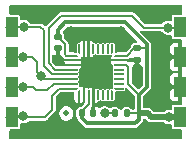
<source format=gbr>
%TF.GenerationSoftware,KiCad,Pcbnew,9.0.7+1*%
%TF.CreationDate,2026-02-23T17:06:27+01:00*%
%TF.ProjectId,ts17-tropic01-mini,74733137-2d74-4726-9f70-696330312d6d,rev?*%
%TF.SameCoordinates,Original*%
%TF.FileFunction,Copper,L1,Top*%
%TF.FilePolarity,Positive*%
%FSLAX46Y46*%
G04 Gerber Fmt 4.6, Leading zero omitted, Abs format (unit mm)*
G04 Created by KiCad (PCBNEW 9.0.7+1) date 2026-02-23 17:06:27*
%MOMM*%
%LPD*%
G01*
G04 APERTURE LIST*
G04 Aperture macros list*
%AMRoundRect*
0 Rectangle with rounded corners*
0 $1 Rounding radius*
0 $2 $3 $4 $5 $6 $7 $8 $9 X,Y pos of 4 corners*
0 Add a 4 corners polygon primitive as box body*
4,1,4,$2,$3,$4,$5,$6,$7,$8,$9,$2,$3,0*
0 Add four circle primitives for the rounded corners*
1,1,$1+$1,$2,$3*
1,1,$1+$1,$4,$5*
1,1,$1+$1,$6,$7*
1,1,$1+$1,$8,$9*
0 Add four rect primitives between the rounded corners*
20,1,$1+$1,$2,$3,$4,$5,0*
20,1,$1+$1,$4,$5,$6,$7,0*
20,1,$1+$1,$6,$7,$8,$9,0*
20,1,$1+$1,$8,$9,$2,$3,0*%
%AMFreePoly0*
4,1,14,0.314644,0.085355,0.385355,0.014644,0.400000,-0.020711,0.400000,-0.050000,0.385355,-0.085355,0.350000,-0.100000,-0.350000,-0.100000,-0.385355,-0.085355,-0.400000,-0.050000,-0.400000,0.050000,-0.385355,0.085355,-0.350000,0.100000,0.279289,0.100000,0.314644,0.085355,0.314644,0.085355,$1*%
%AMFreePoly1*
4,1,14,0.385355,0.085355,0.400000,0.050000,0.400000,0.020711,0.385355,-0.014644,0.314644,-0.085355,0.279289,-0.100000,-0.350000,-0.100000,-0.385355,-0.085355,-0.400000,-0.050000,-0.400000,0.050000,-0.385355,0.085355,-0.350000,0.100000,0.350000,0.100000,0.385355,0.085355,0.385355,0.085355,$1*%
%AMFreePoly2*
4,1,14,0.085355,0.385355,0.100000,0.350000,0.100000,-0.350000,0.085355,-0.385355,0.050000,-0.400000,-0.050000,-0.400000,-0.085355,-0.385355,-0.100000,-0.350000,-0.100000,0.279289,-0.085355,0.314644,-0.014644,0.385355,0.020711,0.400000,0.050000,0.400000,0.085355,0.385355,0.085355,0.385355,$1*%
%AMFreePoly3*
4,1,14,0.014644,0.385355,0.085355,0.314644,0.100000,0.279289,0.100000,-0.350000,0.085355,-0.385355,0.050000,-0.400000,-0.050000,-0.400000,-0.085355,-0.385355,-0.100000,-0.350000,-0.100000,0.350000,-0.085355,0.385355,-0.050000,0.400000,-0.020711,0.400000,0.014644,0.385355,0.014644,0.385355,$1*%
%AMFreePoly4*
4,1,14,0.385355,0.085355,0.400000,0.050000,0.400000,-0.050000,0.385355,-0.085355,0.350000,-0.100000,-0.279289,-0.100000,-0.314644,-0.085355,-0.385355,-0.014644,-0.400000,0.020711,-0.400000,0.050000,-0.385355,0.085355,-0.350000,0.100000,0.350000,0.100000,0.385355,0.085355,0.385355,0.085355,$1*%
%AMFreePoly5*
4,1,14,0.385355,0.085355,0.400000,0.050000,0.400000,-0.050000,0.385355,-0.085355,0.350000,-0.100000,-0.350000,-0.100000,-0.385355,-0.085355,-0.400000,-0.050000,-0.400000,-0.020711,-0.385355,0.014644,-0.314644,0.085355,-0.279289,0.100000,0.350000,0.100000,0.385355,0.085355,0.385355,0.085355,$1*%
%AMFreePoly6*
4,1,14,0.085355,0.385355,0.100000,0.350000,0.100000,-0.279289,0.085355,-0.314644,0.014644,-0.385355,-0.020711,-0.400000,-0.050000,-0.400000,-0.085355,-0.385355,-0.100000,-0.350000,-0.100000,0.350000,-0.085355,0.385355,-0.050000,0.400000,0.050000,0.400000,0.085355,0.385355,0.085355,0.385355,$1*%
%AMFreePoly7*
4,1,14,0.085355,0.385355,0.100000,0.350000,0.100000,-0.350000,0.085355,-0.385355,0.050000,-0.400000,0.020711,-0.400000,-0.014644,-0.385355,-0.085355,-0.314644,-0.100000,-0.279289,-0.100000,0.350000,-0.085355,0.385355,-0.050000,0.400000,0.050000,0.400000,0.085355,0.385355,0.085355,0.385355,$1*%
G04 Aperture macros list end*
%TA.AperFunction,CastellatedPad*%
%ADD10R,1.000000X1.700000*%
%TD*%
%TA.AperFunction,SMDPad,CuDef*%
%ADD11C,0.500000*%
%TD*%
%TA.AperFunction,SMDPad,CuDef*%
%ADD12FreePoly0,0.000000*%
%TD*%
%TA.AperFunction,SMDPad,CuDef*%
%ADD13RoundRect,0.050000X-0.350000X-0.050000X0.350000X-0.050000X0.350000X0.050000X-0.350000X0.050000X0*%
%TD*%
%TA.AperFunction,SMDPad,CuDef*%
%ADD14FreePoly1,0.000000*%
%TD*%
%TA.AperFunction,SMDPad,CuDef*%
%ADD15FreePoly2,0.000000*%
%TD*%
%TA.AperFunction,SMDPad,CuDef*%
%ADD16RoundRect,0.050000X-0.050000X-0.350000X0.050000X-0.350000X0.050000X0.350000X-0.050000X0.350000X0*%
%TD*%
%TA.AperFunction,SMDPad,CuDef*%
%ADD17FreePoly3,0.000000*%
%TD*%
%TA.AperFunction,SMDPad,CuDef*%
%ADD18FreePoly4,0.000000*%
%TD*%
%TA.AperFunction,SMDPad,CuDef*%
%ADD19FreePoly5,0.000000*%
%TD*%
%TA.AperFunction,SMDPad,CuDef*%
%ADD20FreePoly6,0.000000*%
%TD*%
%TA.AperFunction,SMDPad,CuDef*%
%ADD21FreePoly7,0.000000*%
%TD*%
%TA.AperFunction,HeatsinkPad*%
%ADD22R,2.650000X2.650000*%
%TD*%
%TA.AperFunction,SMDPad,CuDef*%
%ADD23RoundRect,0.135000X-0.135000X-0.185000X0.135000X-0.185000X0.135000X0.185000X-0.135000X0.185000X0*%
%TD*%
%TA.AperFunction,SMDPad,CuDef*%
%ADD24RoundRect,0.140000X0.140000X0.170000X-0.140000X0.170000X-0.140000X-0.170000X0.140000X-0.170000X0*%
%TD*%
%TA.AperFunction,SMDPad,CuDef*%
%ADD25RoundRect,0.140000X0.170000X-0.140000X0.170000X0.140000X-0.170000X0.140000X-0.170000X-0.140000X0*%
%TD*%
%TA.AperFunction,ViaPad*%
%ADD26C,0.800000*%
%TD*%
%TA.AperFunction,Conductor*%
%ADD27C,0.200000*%
%TD*%
%TA.AperFunction,Conductor*%
%ADD28C,0.300000*%
%TD*%
%TA.AperFunction,Conductor*%
%ADD29C,0.500000*%
%TD*%
G04 APERTURE END LIST*
D10*
%TO.P,J2,1,Pin_1*%
%TO.N,/SPI_MOSI*%
X130500000Y-92190000D03*
%TO.P,J2,2,Pin_2*%
%TO.N,/SPI_MISO*%
X130500000Y-94730000D03*
%TO.P,J2,3,Pin_3*%
%TO.N,/SPI_SCK*%
X130500000Y-97270000D03*
%TO.P,J2,4,Pin_4*%
%TO.N,/SPI_CS*%
X130500000Y-99810000D03*
%TD*%
%TO.P,J1,1,Pin_1*%
%TO.N,VCC*%
X144740000Y-99810000D03*
%TO.P,J1,2,Pin_2*%
%TO.N,GND*%
X144740000Y-97270000D03*
%TO.P,J1,3,Pin_3*%
X144740000Y-94730000D03*
%TO.P,J1,4,Pin_4*%
%TO.N,/GPO*%
X144740000Y-92190000D03*
%TD*%
D11*
%TO.P,FID1,*%
%TO.N,*%
X135120000Y-99500000D03*
%TD*%
D12*
%TO.P,IC1,1,VCC*%
%TO.N,VCC*%
X135670000Y-94600000D03*
D13*
%TO.P,IC1,2,GND*%
%TO.N,GND*%
X135670000Y-95000000D03*
%TO.P,IC1,3,PULLDN*%
X135670000Y-95400000D03*
%TO.P,IC1,4,GPO*%
%TO.N,/GPO*%
X135670000Y-95800000D03*
%TO.P,IC1,5,SDI*%
%TO.N,/SPI_MOSI*%
X135670000Y-96200000D03*
%TO.P,IC1,6,SDO*%
%TO.N,/SPI_MISO*%
X135670000Y-96600000D03*
%TO.P,IC1,7,SCK*%
%TO.N,/SPI_SCK*%
X135670000Y-97000000D03*
D14*
%TO.P,IC1,8,CSN*%
%TO.N,/SPI_CS*%
X135670000Y-97400000D03*
D15*
%TO.P,IC1,9,PULLDN*%
%TO.N,GND*%
X136220000Y-97950000D03*
D16*
%TO.P,IC1,10,PULLDN*%
X136620000Y-97950000D03*
%TO.P,IC1,11,VCC*%
%TO.N,VCC*%
X137020000Y-97950000D03*
%TO.P,IC1,12,GND*%
%TO.N,GND*%
X137420000Y-97950000D03*
%TO.P,IC1,13,DNC*%
%TO.N,unconnected-(IC1-DNC-Pad13)*%
X137820000Y-97950000D03*
%TO.P,IC1,14,DNC*%
%TO.N,unconnected-(IC1-DNC-Pad14)*%
X138220000Y-97950000D03*
%TO.P,IC1,15*%
%TO.N,N/C*%
X138620000Y-97950000D03*
D17*
%TO.P,IC1,16*%
X139020000Y-97950000D03*
D18*
%TO.P,IC1,17,DNC*%
%TO.N,unconnected-(IC1-DNC-Pad17)*%
X139570000Y-97400000D03*
D13*
%TO.P,IC1,18,DNC*%
%TO.N,unconnected-(IC1-DNC-Pad18)*%
X139570000Y-97000000D03*
%TO.P,IC1,19,DNC*%
%TO.N,unconnected-(IC1-DNC-Pad19)*%
X139570000Y-96600000D03*
%TO.P,IC1,20,DNC*%
%TO.N,unconnected-(IC1-DNC-Pad20)*%
X139570000Y-96200000D03*
%TO.P,IC1,21,DNC*%
%TO.N,unconnected-(IC1-DNC-Pad21)*%
X139570000Y-95800000D03*
%TO.P,IC1,22,PULLUP*%
%TO.N,VCC*%
X139570000Y-95400000D03*
%TO.P,IC1,23,GND*%
%TO.N,GND*%
X139570000Y-95000000D03*
D19*
%TO.P,IC1,24,VCC*%
%TO.N,VCC*%
X139570000Y-94600000D03*
D20*
%TO.P,IC1,25*%
%TO.N,N/C*%
X139020000Y-94050000D03*
D16*
%TO.P,IC1,26,DNC*%
%TO.N,unconnected-(IC1-DNC-Pad26)*%
X138620000Y-94050000D03*
%TO.P,IC1,27,DNC*%
%TO.N,unconnected-(IC1-DNC-Pad27)*%
X138220000Y-94050000D03*
%TO.P,IC1,28,DNC*%
%TO.N,unconnected-(IC1-DNC-Pad28)*%
X137820000Y-94050000D03*
%TO.P,IC1,29,DNC*%
%TO.N,unconnected-(IC1-DNC-Pad29)*%
X137420000Y-94050000D03*
%TO.P,IC1,30,PULLDN*%
%TO.N,GND*%
X137020000Y-94050000D03*
%TO.P,IC1,31,PULLDN*%
X136620000Y-94050000D03*
D21*
%TO.P,IC1,32*%
%TO.N,N/C*%
X136220000Y-94050000D03*
D22*
%TO.P,IC1,33,TP*%
%TO.N,GND*%
X137620000Y-96000000D03*
%TD*%
D23*
%TO.P,R1,2*%
%TO.N,VCC*%
X140230000Y-99500000D03*
%TO.P,R1,1*%
%TO.N,/SPI_MISO*%
X139210000Y-99500000D03*
%TD*%
D24*
%TO.P,C2,2*%
%TO.N,VCC*%
X136440000Y-99500000D03*
%TO.P,C2,1*%
%TO.N,GND*%
X137400000Y-99500000D03*
%TD*%
D25*
%TO.P,C3,2*%
%TO.N,VCC*%
X141120000Y-94000000D03*
%TO.P,C3,1*%
%TO.N,GND*%
X141120000Y-94960000D03*
%TD*%
%TO.P,C1,2*%
%TO.N,VCC*%
X134420000Y-93020000D03*
%TO.P,C1,1*%
%TO.N,GND*%
X134420000Y-93980000D03*
%TD*%
D26*
%TO.N,GND*%
X133764000Y-101084000D03*
%TO.N,VCC*%
X143840000Y-99810000D03*
%TO.N,GND*%
X134930000Y-98340000D03*
X141638000Y-101084000D03*
X141638000Y-90924000D03*
X143750000Y-94730000D03*
X143750000Y-97270000D03*
X140420000Y-98500000D03*
X141120000Y-96650000D03*
X141120000Y-95650000D03*
X135500000Y-92500000D03*
X139750000Y-92500000D03*
X133764000Y-90924000D03*
X134520000Y-95100000D03*
%TO.N,/GPO*%
X143750000Y-92250000D03*
%TO.N,/SPI_SCK*%
X131500000Y-97250000D03*
%TO.N,/SPI_CS*%
X131500000Y-99750000D03*
%TO.N,/SPI_MOSI*%
X131540000Y-92190000D03*
%TO.N,/SPI_MISO*%
X132950822Y-96299178D03*
X138370000Y-99500000D03*
X131500000Y-94750000D03*
%TD*%
D27*
%TO.N,/SPI_MISO*%
X132950822Y-96299178D02*
X133251644Y-96600000D01*
X133251644Y-96600000D02*
X135670000Y-96600000D01*
%TO.N,/SPI_MOSI*%
X132940000Y-92200000D02*
X131550000Y-92200000D01*
X131550000Y-92200000D02*
X131540000Y-92190000D01*
%TO.N,/SPI_MISO*%
X130000000Y-94730000D02*
X131480000Y-94730000D01*
X131480000Y-94730000D02*
X131500000Y-94750000D01*
%TO.N,/SPI_SCK*%
X130000000Y-97270000D02*
X131480000Y-97270000D01*
X131480000Y-97270000D02*
X131500000Y-97250000D01*
%TO.N,/SPI_CS*%
X130000000Y-99810000D02*
X131440000Y-99810000D01*
X131440000Y-99810000D02*
X131500000Y-99750000D01*
%TO.N,VCC*%
X140270000Y-94600000D02*
X140870000Y-94000000D01*
D28*
X141270000Y-98820000D02*
X141270000Y-97930000D01*
X135050000Y-91800000D02*
X134420000Y-92430000D01*
D27*
X141120000Y-94000000D02*
X141930000Y-94000000D01*
D28*
X141270000Y-99450000D02*
X141270000Y-100050000D01*
D27*
X135130000Y-94600000D02*
X135031000Y-94501000D01*
X139570000Y-95400000D02*
X140170000Y-95400000D01*
D28*
X141930000Y-93660000D02*
X140070000Y-91800000D01*
X141930000Y-97270000D02*
X141930000Y-94000000D01*
D27*
X140870000Y-94000000D02*
X141120000Y-94000000D01*
D29*
X142330000Y-99810000D02*
X142020000Y-99500000D01*
D28*
X140070000Y-91800000D02*
X135050000Y-91800000D01*
X134420000Y-92430000D02*
X134420000Y-93020000D01*
D29*
X142020000Y-99500000D02*
X141320000Y-99500000D01*
D27*
X137020000Y-97950000D02*
X137020000Y-98715686D01*
D28*
X141170000Y-93950000D02*
X141120000Y-94000000D01*
D27*
X137020000Y-98715686D02*
X136440000Y-99295686D01*
D28*
X141270000Y-97930000D02*
X141930000Y-97270000D01*
D27*
X141220000Y-99500000D02*
X141270000Y-99450000D01*
X140170000Y-95400000D02*
X140370000Y-95600000D01*
X135670000Y-94600000D02*
X135130000Y-94600000D01*
D29*
X144620000Y-99810000D02*
X143530000Y-99810000D01*
D27*
X136440000Y-99295686D02*
X136440000Y-99500000D01*
X140230000Y-99500000D02*
X141220000Y-99500000D01*
X135031000Y-94501000D02*
X135031000Y-93631000D01*
D29*
X143530000Y-99810000D02*
X142330000Y-99810000D01*
D27*
X139570000Y-94600000D02*
X140270000Y-94600000D01*
D28*
X136870000Y-100350000D02*
X136440000Y-99920000D01*
X136440000Y-99920000D02*
X136440000Y-99500000D01*
X141930000Y-94000000D02*
X141930000Y-93660000D01*
X140970000Y-100350000D02*
X136870000Y-100350000D01*
X141270000Y-100050000D02*
X140970000Y-100350000D01*
D27*
X140370000Y-97030000D02*
X141270000Y-97930000D01*
X135031000Y-93631000D02*
X134420000Y-93020000D01*
D28*
X141270000Y-98820000D02*
X141270000Y-99450000D01*
D27*
X140370000Y-95600000D02*
X140370000Y-97030000D01*
D29*
X141320000Y-99500000D02*
X141270000Y-99450000D01*
D27*
%TO.N,GND*%
X135670000Y-95000000D02*
X134620000Y-95000000D01*
X134520000Y-94080000D02*
X134420000Y-93980000D01*
D28*
X143540000Y-94730000D02*
X143020000Y-94730000D01*
D27*
X139570000Y-95000000D02*
X138620000Y-95000000D01*
X137020000Y-94050000D02*
X137020000Y-95400000D01*
X136620000Y-97950000D02*
X136620000Y-97000000D01*
X136620000Y-97950000D02*
X136620000Y-98550000D01*
D28*
X142820000Y-94930000D02*
X143020000Y-94730000D01*
D27*
X134620000Y-95000000D02*
X134520000Y-95100000D01*
X135670000Y-95400000D02*
X137020000Y-95400000D01*
X136220000Y-97950000D02*
X136220000Y-98750000D01*
X137420000Y-96200000D02*
X137620000Y-96000000D01*
D28*
X143530000Y-97270000D02*
X142990000Y-97270000D01*
D27*
X135040165Y-95400000D02*
X135670000Y-95400000D01*
X137420000Y-97950000D02*
X137420000Y-96200000D01*
X136620000Y-97000000D02*
X137620000Y-96000000D01*
X134740165Y-95100000D02*
X135040165Y-95400000D01*
X137400000Y-99000000D02*
X137400000Y-99500000D01*
X134520000Y-95100000D02*
X134740165Y-95100000D01*
X141120000Y-94960000D02*
X141120000Y-95650000D01*
X136620000Y-98550000D02*
X136420000Y-98750000D01*
X137472000Y-98928000D02*
X137400000Y-99000000D01*
X137020000Y-95400000D02*
X137620000Y-96000000D01*
X141080000Y-95000000D02*
X141120000Y-94960000D01*
X136210000Y-98760000D02*
X135350000Y-98760000D01*
X136620000Y-95000000D02*
X137620000Y-96000000D01*
X136420000Y-98750000D02*
X136220000Y-98750000D01*
X138620000Y-95000000D02*
X137620000Y-96000000D01*
X135670000Y-95000000D02*
X136620000Y-95000000D01*
X136220000Y-98750000D02*
X136210000Y-98760000D01*
D28*
X142820000Y-97100000D02*
X142820000Y-94930000D01*
X142990000Y-97270000D02*
X142820000Y-97100000D01*
D27*
X135350000Y-98760000D02*
X134930000Y-98340000D01*
X136620000Y-94050000D02*
X136620000Y-95000000D01*
X139570000Y-95000000D02*
X141080000Y-95000000D01*
D28*
X144620000Y-94730000D02*
X143540000Y-94730000D01*
D27*
X137472000Y-97950000D02*
X137472000Y-98928000D01*
D28*
X144620000Y-97270000D02*
X143530000Y-97270000D01*
D27*
X134520000Y-95100000D02*
X134520000Y-94080000D01*
%TO.N,/GPO*%
X134190000Y-95800000D02*
X133620000Y-95230000D01*
X141720000Y-92250000D02*
X143540000Y-92250000D01*
X133620000Y-92300000D02*
X134670000Y-91250000D01*
X135670000Y-95800000D02*
X134190000Y-95800000D01*
X133620000Y-95230000D02*
X133620000Y-92300000D01*
X145190000Y-92240000D02*
X145250000Y-92180000D01*
X143540000Y-92250000D02*
X144560000Y-92250000D01*
X140720000Y-91250000D02*
X141720000Y-92250000D01*
X134670000Y-91250000D02*
X140720000Y-91250000D01*
%TO.N,/SPI_SCK*%
X133521276Y-97528000D02*
X132552492Y-97528000D01*
X132552492Y-97528000D02*
X132294492Y-97270000D01*
X134049276Y-97000000D02*
X133521276Y-97528000D01*
X132294492Y-97270000D02*
X131670000Y-97270000D01*
X135670000Y-97000000D02*
X134049276Y-97000000D01*
%TO.N,/SPI_CS*%
X133920000Y-99200000D02*
X133310000Y-99810000D01*
X130950000Y-99900000D02*
X130090000Y-99900000D01*
X131660000Y-99810000D02*
X131570000Y-99900000D01*
X133920000Y-98000000D02*
X133920000Y-99200000D01*
X134520000Y-97400000D02*
X133920000Y-98000000D01*
X135670000Y-97400000D02*
X134520000Y-97400000D01*
X133310000Y-99810000D02*
X131660000Y-99810000D01*
X130090000Y-99900000D02*
X130000000Y-99810000D01*
%TO.N,/SPI_MOSI*%
X133220000Y-95500000D02*
X133920000Y-96200000D01*
X133220000Y-92480000D02*
X133220000Y-95500000D01*
X132940000Y-92200000D02*
X133220000Y-92480000D01*
X133920000Y-96200000D02*
X135670000Y-96200000D01*
X130000000Y-92190000D02*
X131540000Y-92190000D01*
%TO.N,/SPI_MISO*%
X132620000Y-95968355D02*
X132620000Y-95114000D01*
X139210000Y-99500000D02*
X138370000Y-99500000D01*
X133251645Y-96600000D02*
X132620000Y-95968355D01*
X132620000Y-95114000D02*
X132236000Y-94730000D01*
X132236000Y-94730000D02*
X131620000Y-94730000D01*
%TD*%
%TA.AperFunction,Conductor*%
%TO.N,GND*%
G36*
X135769191Y-97719407D02*
G01*
X135805155Y-97768907D01*
X135810000Y-97799500D01*
X135810000Y-98300045D01*
X135810080Y-98307036D01*
X135810081Y-98307044D01*
X135833213Y-98416707D01*
X135833217Y-98416721D01*
X135849327Y-98455614D01*
X135855017Y-98468502D01*
X135920481Y-98559482D01*
X135920482Y-98559484D01*
X136014389Y-98620673D01*
X136053348Y-98636810D01*
X136059817Y-98639402D01*
X136059830Y-98639406D01*
X136170000Y-98660000D01*
X136270046Y-98660000D01*
X136277036Y-98659919D01*
X136277044Y-98659918D01*
X136386707Y-98636786D01*
X136391089Y-98635430D01*
X136391446Y-98636583D01*
X136394538Y-98636339D01*
X136401701Y-98632023D01*
X136421185Y-98634238D01*
X136447197Y-98632188D01*
X136462660Y-98637274D01*
X136475415Y-98642668D01*
X136494959Y-98659611D01*
X136516095Y-98674504D01*
X136517756Y-98679374D01*
X136521646Y-98682747D01*
X136527497Y-98707937D01*
X136535845Y-98732414D01*
X136534325Y-98737332D01*
X136535490Y-98742346D01*
X136525417Y-98766164D01*
X136517783Y-98790873D01*
X136512124Y-98797597D01*
X136511658Y-98798700D01*
X136510721Y-98799264D01*
X136506859Y-98803854D01*
X136350209Y-98960504D01*
X136295692Y-98988281D01*
X136280209Y-98989500D01*
X136260106Y-98989500D01*
X136260091Y-98989501D01*
X136210513Y-98996027D01*
X136210511Y-98996027D01*
X136101686Y-99046774D01*
X136016774Y-99131686D01*
X135966029Y-99240510D01*
X135966028Y-99240511D01*
X135959500Y-99290100D01*
X135959500Y-99709896D01*
X135959501Y-99709907D01*
X135966027Y-99759486D01*
X135966027Y-99759488D01*
X136016774Y-99868313D01*
X136016776Y-99868316D01*
X136061931Y-99913472D01*
X136087666Y-99958275D01*
X136089500Y-99965242D01*
X136089500Y-99966144D01*
X136102856Y-100015988D01*
X136113386Y-100055288D01*
X136159530Y-100135212D01*
X136654788Y-100630470D01*
X136734712Y-100676614D01*
X136823856Y-100700500D01*
X136823858Y-100700500D01*
X141016142Y-100700500D01*
X141016144Y-100700500D01*
X141105288Y-100676614D01*
X141185212Y-100630470D01*
X141550470Y-100265212D01*
X141596614Y-100185288D01*
X141600764Y-100169799D01*
X141620500Y-100096144D01*
X141620500Y-100041712D01*
X141621719Y-100034015D01*
X141632241Y-100013361D01*
X141639407Y-99991309D01*
X141645869Y-99986613D01*
X141649495Y-99979498D01*
X141670148Y-99968973D01*
X141688907Y-99955345D01*
X141700497Y-99953509D01*
X141704011Y-99951719D01*
X141707906Y-99952336D01*
X141719500Y-99950500D01*
X141792389Y-99950500D01*
X141850580Y-99969407D01*
X141862392Y-99979496D01*
X142053385Y-100170488D01*
X142053390Y-100170492D01*
X142156107Y-100229796D01*
X142156109Y-100229797D01*
X142156113Y-100229799D01*
X142180322Y-100236284D01*
X142180325Y-100236287D01*
X142180326Y-100236286D01*
X142270688Y-100260499D01*
X142270690Y-100260500D01*
X142270691Y-100260500D01*
X143400257Y-100260500D01*
X143458448Y-100279407D01*
X143470254Y-100289490D01*
X143471284Y-100290520D01*
X143608216Y-100369577D01*
X143760943Y-100410500D01*
X143760945Y-100410500D01*
X143919058Y-100410500D01*
X143925491Y-100409653D01*
X143925826Y-100412199D01*
X143975946Y-100414809D01*
X144023509Y-100453297D01*
X144039500Y-100507246D01*
X144039500Y-100679746D01*
X144039501Y-100679758D01*
X144051132Y-100738227D01*
X144051133Y-100738231D01*
X144095448Y-100804552D01*
X144161769Y-100848867D01*
X144206231Y-100857711D01*
X144220241Y-100860498D01*
X144220246Y-100860498D01*
X144220252Y-100860500D01*
X144840500Y-100860500D01*
X144898691Y-100879407D01*
X144934655Y-100928907D01*
X144939500Y-100959500D01*
X144939500Y-101600500D01*
X144920593Y-101658691D01*
X144871093Y-101694655D01*
X144840500Y-101699500D01*
X130399500Y-101699500D01*
X130341309Y-101680593D01*
X130305345Y-101631093D01*
X130300500Y-101600500D01*
X130300500Y-100959500D01*
X130319407Y-100901309D01*
X130368907Y-100865345D01*
X130399500Y-100860500D01*
X131019747Y-100860500D01*
X131019748Y-100860500D01*
X131078231Y-100848867D01*
X131144552Y-100804552D01*
X131188867Y-100738231D01*
X131200500Y-100679748D01*
X131200500Y-100420451D01*
X131219407Y-100362260D01*
X131268907Y-100326296D01*
X131325119Y-100324824D01*
X131420943Y-100350500D01*
X131420946Y-100350500D01*
X131579055Y-100350500D01*
X131579057Y-100350500D01*
X131731784Y-100309577D01*
X131868716Y-100230520D01*
X131959741Y-100139494D01*
X132014256Y-100111719D01*
X132029743Y-100110500D01*
X133349563Y-100110500D01*
X133349563Y-100110499D01*
X133425989Y-100090021D01*
X133494511Y-100050460D01*
X133550460Y-99994511D01*
X134124028Y-99420943D01*
X134519500Y-99420943D01*
X134519500Y-99579057D01*
X134560423Y-99731784D01*
X134639480Y-99868716D01*
X134751284Y-99980520D01*
X134888216Y-100059577D01*
X135040943Y-100100500D01*
X135040945Y-100100500D01*
X135199055Y-100100500D01*
X135199057Y-100100500D01*
X135351784Y-100059577D01*
X135488716Y-99980520D01*
X135600520Y-99868716D01*
X135679577Y-99731784D01*
X135720500Y-99579057D01*
X135720500Y-99420943D01*
X135679577Y-99268216D01*
X135600520Y-99131284D01*
X135488716Y-99019480D01*
X135351784Y-98940423D01*
X135199057Y-98899500D01*
X135040943Y-98899500D01*
X134888216Y-98940423D01*
X134751284Y-99019480D01*
X134639480Y-99131284D01*
X134560423Y-99268216D01*
X134519500Y-99420943D01*
X134124028Y-99420943D01*
X134160460Y-99384511D01*
X134174900Y-99359500D01*
X134200021Y-99315989D01*
X134220500Y-99239562D01*
X134220500Y-98165479D01*
X134239407Y-98107288D01*
X134249496Y-98095475D01*
X134615475Y-97729496D01*
X134669992Y-97701719D01*
X134685479Y-97700500D01*
X135711000Y-97700500D01*
X135769191Y-97719407D01*
G37*
%TD.AperFunction*%
%TA.AperFunction,Conductor*%
G36*
X139942001Y-92169407D02*
G01*
X139953814Y-92179496D01*
X141124814Y-93350496D01*
X141152591Y-93405013D01*
X141143020Y-93465445D01*
X141099755Y-93508710D01*
X141054811Y-93519500D01*
X140910104Y-93519500D01*
X140910092Y-93519501D01*
X140860513Y-93526027D01*
X140860511Y-93526027D01*
X140751686Y-93576774D01*
X140666774Y-93661686D01*
X140616029Y-93770510D01*
X140616028Y-93770510D01*
X140611547Y-93804550D01*
X140585205Y-93859774D01*
X140583398Y-93861629D01*
X140174526Y-94270503D01*
X140120009Y-94298281D01*
X140104522Y-94299500D01*
X139530435Y-94299500D01*
X139454011Y-94319978D01*
X139454007Y-94319980D01*
X139379870Y-94362784D01*
X139378425Y-94360281D01*
X139332050Y-94376682D01*
X139273392Y-94359280D01*
X139236165Y-94310723D01*
X139230500Y-94277715D01*
X139230500Y-93700001D01*
X139230498Y-93699989D01*
X139222471Y-93659635D01*
X139222468Y-93659625D01*
X139206360Y-93620736D01*
X139198844Y-93605985D01*
X139149264Y-93563640D01*
X139149259Y-93563638D01*
X139133151Y-93556966D01*
X139110373Y-93547531D01*
X139110371Y-93547530D01*
X139110370Y-93547530D01*
X139110364Y-93547528D01*
X139070010Y-93539501D01*
X139070000Y-93539500D01*
X138970000Y-93539500D01*
X138969999Y-93539500D01*
X138969989Y-93539501D01*
X138929635Y-93547528D01*
X138929625Y-93547531D01*
X138890739Y-93563638D01*
X138875983Y-93571156D01*
X138873782Y-93572892D01*
X138869418Y-93574501D01*
X138867296Y-93575583D01*
X138867167Y-93575331D01*
X138816377Y-93594066D01*
X138757495Y-93577458D01*
X138728723Y-93558233D01*
X138728720Y-93558232D01*
X138684827Y-93549500D01*
X138684820Y-93549500D01*
X138555180Y-93549500D01*
X138555172Y-93549500D01*
X138511279Y-93558232D01*
X138511276Y-93558233D01*
X138475001Y-93582472D01*
X138416113Y-93599080D01*
X138364999Y-93582472D01*
X138328723Y-93558233D01*
X138328720Y-93558232D01*
X138284827Y-93549500D01*
X138284820Y-93549500D01*
X138155180Y-93549500D01*
X138155172Y-93549500D01*
X138111279Y-93558232D01*
X138111276Y-93558233D01*
X138075001Y-93582472D01*
X138016113Y-93599080D01*
X137964999Y-93582472D01*
X137928723Y-93558233D01*
X137928720Y-93558232D01*
X137884827Y-93549500D01*
X137884820Y-93549500D01*
X137755180Y-93549500D01*
X137755172Y-93549500D01*
X137711279Y-93558232D01*
X137711276Y-93558233D01*
X137675001Y-93582472D01*
X137616113Y-93599080D01*
X137592568Y-93595280D01*
X137577788Y-93591017D01*
X137528722Y-93558233D01*
X137484820Y-93549500D01*
X137433819Y-93549500D01*
X137420378Y-93545624D01*
X137406060Y-93535934D01*
X137389619Y-93530593D01*
X137378365Y-93517193D01*
X137369705Y-93511333D01*
X137366869Y-93503505D01*
X137364043Y-93500141D01*
X137363555Y-93500490D01*
X137359119Y-93494278D01*
X137358869Y-93493980D01*
X137358787Y-93493813D01*
X137276187Y-93411213D01*
X137171246Y-93359911D01*
X137120000Y-93352443D01*
X137120000Y-94747553D01*
X137171250Y-94740087D01*
X137276188Y-94688785D01*
X137358787Y-94606186D01*
X137358869Y-94606020D01*
X137359012Y-94605871D01*
X137363555Y-94599510D01*
X137364508Y-94600190D01*
X137401412Y-94562046D01*
X137420378Y-94554377D01*
X137433822Y-94550500D01*
X137484820Y-94550500D01*
X137528722Y-94541767D01*
X137577788Y-94508982D01*
X137592568Y-94504720D01*
X137608520Y-94505252D01*
X137623886Y-94500919D01*
X137640511Y-94506320D01*
X137653719Y-94506762D01*
X137662201Y-94513368D01*
X137675000Y-94517527D01*
X137687856Y-94526117D01*
X137711276Y-94541766D01*
X137711277Y-94541766D01*
X137711278Y-94541767D01*
X137722327Y-94543964D01*
X137755172Y-94550499D01*
X137755178Y-94550499D01*
X137755180Y-94550500D01*
X137755181Y-94550500D01*
X137884819Y-94550500D01*
X137884820Y-94550500D01*
X137884821Y-94550499D01*
X137884827Y-94550499D01*
X137906623Y-94546162D01*
X137928722Y-94541767D01*
X137964998Y-94517527D01*
X138023886Y-94500919D01*
X138075000Y-94517527D01*
X138087856Y-94526117D01*
X138111276Y-94541766D01*
X138111277Y-94541766D01*
X138111278Y-94541767D01*
X138122327Y-94543964D01*
X138155172Y-94550499D01*
X138155178Y-94550499D01*
X138155180Y-94550500D01*
X138155181Y-94550500D01*
X138284819Y-94550500D01*
X138284820Y-94550500D01*
X138284821Y-94550499D01*
X138284827Y-94550499D01*
X138306623Y-94546162D01*
X138328722Y-94541767D01*
X138364998Y-94517527D01*
X138423886Y-94500919D01*
X138475000Y-94517527D01*
X138487856Y-94526117D01*
X138511276Y-94541766D01*
X138511277Y-94541766D01*
X138511278Y-94541767D01*
X138522327Y-94543964D01*
X138555172Y-94550499D01*
X138555178Y-94550499D01*
X138555180Y-94550500D01*
X138555181Y-94550500D01*
X138684819Y-94550500D01*
X138684820Y-94550500D01*
X138684821Y-94550499D01*
X138684827Y-94550499D01*
X138706623Y-94546162D01*
X138728722Y-94541767D01*
X138760863Y-94520291D01*
X138819748Y-94503683D01*
X138863268Y-94515694D01*
X138872319Y-94520630D01*
X138890736Y-94536360D01*
X138929627Y-94552469D01*
X138931303Y-94552802D01*
X138938682Y-94556827D01*
X138956246Y-94575407D01*
X138975687Y-94592010D01*
X138976962Y-94597321D01*
X138980714Y-94601290D01*
X138984003Y-94626645D01*
X138989972Y-94651505D01*
X138987882Y-94656550D01*
X138988585Y-94661967D01*
X138976341Y-94684414D01*
X138966559Y-94708033D01*
X138961282Y-94713743D01*
X138931213Y-94743812D01*
X138879912Y-94848751D01*
X138872446Y-94900000D01*
X139520151Y-94900000D01*
X139523949Y-94901234D01*
X139523949Y-94900500D01*
X140309563Y-94900500D01*
X140309563Y-94900499D01*
X140385989Y-94880021D01*
X140454511Y-94840460D01*
X140455976Y-94838994D01*
X140457297Y-94838321D01*
X140459657Y-94836511D01*
X140459992Y-94836948D01*
X140510491Y-94811219D01*
X140525978Y-94810000D01*
X141021000Y-94810000D01*
X141079191Y-94828907D01*
X141115155Y-94878407D01*
X141120000Y-94909000D01*
X141120000Y-94959999D01*
X141120001Y-94960000D01*
X141171000Y-94960000D01*
X141229191Y-94978907D01*
X141265155Y-95028407D01*
X141270000Y-95059000D01*
X141270000Y-95539998D01*
X141270001Y-95539999D01*
X141343004Y-95539999D01*
X141372721Y-95537213D01*
X141372726Y-95537212D01*
X141447802Y-95510942D01*
X141508972Y-95509569D01*
X141559267Y-95544412D01*
X141579475Y-95602164D01*
X141579500Y-95604386D01*
X141579500Y-97083810D01*
X141560593Y-97142001D01*
X141550503Y-97153814D01*
X141304647Y-97399669D01*
X141250131Y-97427446D01*
X141189699Y-97417875D01*
X141164640Y-97399669D01*
X140699496Y-96934525D01*
X140671719Y-96880008D01*
X140670500Y-96864521D01*
X140670500Y-95607885D01*
X140689407Y-95549694D01*
X140738907Y-95513730D01*
X140800093Y-95513730D01*
X140802198Y-95514441D01*
X140867272Y-95537212D01*
X140896999Y-95539999D01*
X140969999Y-95539998D01*
X140970000Y-95539998D01*
X140970000Y-95110001D01*
X140969999Y-95110000D01*
X140510002Y-95110000D01*
X140494646Y-95125355D01*
X140491094Y-95136290D01*
X140482091Y-95142831D01*
X140476421Y-95152404D01*
X140457910Y-95160399D01*
X140441594Y-95172254D01*
X140430465Y-95172254D01*
X140420251Y-95176666D01*
X140404931Y-95172254D01*
X140380408Y-95172254D01*
X140360548Y-95163278D01*
X140354908Y-95159937D01*
X140354511Y-95159540D01*
X140344157Y-95153562D01*
X140343678Y-95153285D01*
X140343657Y-95153273D01*
X140298140Y-95126994D01*
X140272759Y-95106018D01*
X140267554Y-95100000D01*
X140219849Y-95100000D01*
X140212221Y-95099500D01*
X140209562Y-95099500D01*
X139530438Y-95099500D01*
X139527779Y-95099500D01*
X139520151Y-95100000D01*
X138872446Y-95100000D01*
X138879912Y-95151250D01*
X138931214Y-95256188D01*
X139013812Y-95338786D01*
X139013975Y-95338866D01*
X139014120Y-95339006D01*
X139020488Y-95343553D01*
X139019806Y-95344507D01*
X139057952Y-95381406D01*
X139065624Y-95400377D01*
X139069500Y-95413817D01*
X139069500Y-95464820D01*
X139078233Y-95508722D01*
X139111017Y-95557788D01*
X139115280Y-95572568D01*
X139114746Y-95588523D01*
X139119080Y-95603887D01*
X139113678Y-95620511D01*
X139113237Y-95633720D01*
X139106630Y-95642201D01*
X139102472Y-95655001D01*
X139078233Y-95691276D01*
X139078232Y-95691279D01*
X139069500Y-95735172D01*
X139069500Y-95864827D01*
X139078232Y-95908720D01*
X139078233Y-95908723D01*
X139102472Y-95944999D01*
X139119080Y-96003887D01*
X139102472Y-96055001D01*
X139078233Y-96091276D01*
X139078232Y-96091279D01*
X139069500Y-96135172D01*
X139069500Y-96264827D01*
X139078232Y-96308720D01*
X139078233Y-96308723D01*
X139102472Y-96344999D01*
X139119080Y-96403887D01*
X139102472Y-96455001D01*
X139078233Y-96491276D01*
X139078232Y-96491279D01*
X139069500Y-96535172D01*
X139069500Y-96664827D01*
X139078232Y-96708720D01*
X139078233Y-96708723D01*
X139102472Y-96744999D01*
X139119080Y-96803887D01*
X139102472Y-96855001D01*
X139078233Y-96891276D01*
X139078232Y-96891279D01*
X139069500Y-96935172D01*
X139069500Y-97064827D01*
X139078232Y-97108720D01*
X139078233Y-97108723D01*
X139099708Y-97140862D01*
X139116316Y-97199750D01*
X139109646Y-97231783D01*
X139103561Y-97247411D01*
X139083640Y-97270736D01*
X139067531Y-97309627D01*
X139059500Y-97350000D01*
X139059500Y-97360574D01*
X139053169Y-97376835D01*
X139041990Y-97390505D01*
X139034914Y-97406680D01*
X139023104Y-97413601D01*
X139014437Y-97424200D01*
X138997359Y-97428688D01*
X138982126Y-97437616D01*
X138970625Y-97439438D01*
X138969994Y-97439500D01*
X138929635Y-97447528D01*
X138929625Y-97447531D01*
X138890739Y-97463638D01*
X138875983Y-97471156D01*
X138873782Y-97472892D01*
X138869418Y-97474501D01*
X138867296Y-97475583D01*
X138867167Y-97475331D01*
X138816377Y-97494066D01*
X138757495Y-97477458D01*
X138728723Y-97458233D01*
X138728720Y-97458232D01*
X138684827Y-97449500D01*
X138684820Y-97449500D01*
X138555180Y-97449500D01*
X138555172Y-97449500D01*
X138511279Y-97458232D01*
X138511276Y-97458233D01*
X138475001Y-97482472D01*
X138416113Y-97499080D01*
X138364999Y-97482472D01*
X138328723Y-97458233D01*
X138328720Y-97458232D01*
X138284827Y-97449500D01*
X138284820Y-97449500D01*
X138155180Y-97449500D01*
X138155172Y-97449500D01*
X138111279Y-97458232D01*
X138111276Y-97458233D01*
X138075001Y-97482472D01*
X138016113Y-97499080D01*
X137992568Y-97495280D01*
X137977788Y-97491017D01*
X137928722Y-97458233D01*
X137884820Y-97449500D01*
X137833819Y-97449500D01*
X137820378Y-97445624D01*
X137806060Y-97435934D01*
X137789619Y-97430593D01*
X137778365Y-97417193D01*
X137769705Y-97411333D01*
X137766869Y-97403505D01*
X137764043Y-97400141D01*
X137763555Y-97400490D01*
X137759119Y-97394278D01*
X137758869Y-97393980D01*
X137758787Y-97393813D01*
X137676187Y-97311213D01*
X137571246Y-97259911D01*
X137520000Y-97252443D01*
X137520000Y-98647553D01*
X137571250Y-98640087D01*
X137676188Y-98588785D01*
X137758787Y-98506186D01*
X137758869Y-98506020D01*
X137759012Y-98505871D01*
X137763555Y-98499510D01*
X137764508Y-98500190D01*
X137801412Y-98462046D01*
X137820378Y-98454377D01*
X137833822Y-98450500D01*
X137884820Y-98450500D01*
X137928722Y-98441767D01*
X137977788Y-98408982D01*
X137992568Y-98404720D01*
X138008520Y-98405252D01*
X138023886Y-98400919D01*
X138040511Y-98406320D01*
X138053719Y-98406762D01*
X138062201Y-98413368D01*
X138075000Y-98417527D01*
X138085975Y-98424860D01*
X138111276Y-98441766D01*
X138111277Y-98441766D01*
X138111278Y-98441767D01*
X138122327Y-98443964D01*
X138155172Y-98450499D01*
X138155178Y-98450499D01*
X138155180Y-98450500D01*
X138155181Y-98450500D01*
X138284819Y-98450500D01*
X138284820Y-98450500D01*
X138284821Y-98450499D01*
X138284827Y-98450499D01*
X138306623Y-98446162D01*
X138328722Y-98441767D01*
X138364998Y-98417527D01*
X138423886Y-98400919D01*
X138475000Y-98417527D01*
X138485975Y-98424860D01*
X138511276Y-98441766D01*
X138511277Y-98441766D01*
X138511278Y-98441767D01*
X138522327Y-98443964D01*
X138555172Y-98450499D01*
X138555178Y-98450499D01*
X138555180Y-98450500D01*
X138555181Y-98450500D01*
X138684819Y-98450500D01*
X138684820Y-98450500D01*
X138684821Y-98450499D01*
X138684827Y-98450499D01*
X138706623Y-98446162D01*
X138728722Y-98441767D01*
X138760863Y-98420291D01*
X138819748Y-98403683D01*
X138877152Y-98424860D01*
X138880156Y-98427325D01*
X138889501Y-98435305D01*
X138890736Y-98436360D01*
X138929627Y-98452469D01*
X138929631Y-98452469D01*
X138929635Y-98452471D01*
X138969989Y-98460498D01*
X138969994Y-98460498D01*
X138970000Y-98460500D01*
X138970001Y-98460500D01*
X139069999Y-98460500D01*
X139070000Y-98460500D01*
X139094563Y-98455614D01*
X139110364Y-98452471D01*
X139110366Y-98452470D01*
X139110373Y-98452469D01*
X139149264Y-98436360D01*
X139164015Y-98428844D01*
X139206360Y-98379264D01*
X139222469Y-98340373D01*
X139230500Y-98300000D01*
X139230500Y-97709500D01*
X139249407Y-97651309D01*
X139298907Y-97615345D01*
X139329500Y-97610500D01*
X139919999Y-97610500D01*
X139920000Y-97610500D01*
X139921986Y-97610104D01*
X139960364Y-97602471D01*
X139960366Y-97602470D01*
X139960373Y-97602469D01*
X139999264Y-97586360D01*
X140014015Y-97578844D01*
X140056360Y-97529264D01*
X140072469Y-97490373D01*
X140072470Y-97490366D01*
X140072472Y-97490362D01*
X140080498Y-97450010D01*
X140080500Y-97449998D01*
X140080500Y-97404478D01*
X140099407Y-97346287D01*
X140148907Y-97310323D01*
X140210093Y-97310323D01*
X140249501Y-97334472D01*
X140890505Y-97975476D01*
X140918281Y-98029991D01*
X140919500Y-98045478D01*
X140919500Y-99100500D01*
X140914655Y-99115411D01*
X140914655Y-99131093D01*
X140905438Y-99143778D01*
X140900593Y-99158691D01*
X140887907Y-99167907D01*
X140878691Y-99180593D01*
X140863778Y-99185438D01*
X140851093Y-99194655D01*
X140820500Y-99199500D01*
X140744395Y-99199500D01*
X140686204Y-99180593D01*
X140654671Y-99142340D01*
X140644066Y-99119598D01*
X140644065Y-99119597D01*
X140644065Y-99119596D01*
X140560404Y-99035935D01*
X140560402Y-99035934D01*
X140560401Y-99035933D01*
X140453175Y-98985932D01*
X140416416Y-98981093D01*
X140404316Y-98979500D01*
X140055684Y-98979500D01*
X140043584Y-98981093D01*
X140006825Y-98985932D01*
X140006824Y-98985932D01*
X139899598Y-99035933D01*
X139815933Y-99119598D01*
X139809724Y-99132915D01*
X139767995Y-99177663D01*
X139707934Y-99189337D01*
X139652482Y-99163478D01*
X139630276Y-99132915D01*
X139624066Y-99119598D01*
X139624065Y-99119597D01*
X139624065Y-99119596D01*
X139540404Y-99035935D01*
X139540402Y-99035934D01*
X139540401Y-99035933D01*
X139433175Y-98985932D01*
X139396416Y-98981093D01*
X139384316Y-98979500D01*
X139035684Y-98979500D01*
X139023584Y-98981093D01*
X138986825Y-98985932D01*
X138986824Y-98985932D01*
X138879599Y-99035932D01*
X138874459Y-99039532D01*
X138815946Y-99057419D01*
X138758095Y-99037497D01*
X138747680Y-99028444D01*
X138738716Y-99019480D01*
X138601784Y-98940423D01*
X138449057Y-98899500D01*
X138290943Y-98899500D01*
X138152506Y-98936594D01*
X138138216Y-98940423D01*
X138001282Y-99019481D01*
X138000000Y-99020764D01*
X137998839Y-99021355D01*
X137996134Y-99023431D01*
X137995749Y-99022929D01*
X137945481Y-99048536D01*
X137885049Y-99038960D01*
X137861539Y-99018951D01*
X137859886Y-99020605D01*
X137854639Y-99015358D01*
X137747920Y-98936594D01*
X137622727Y-98892787D01*
X137593000Y-98890000D01*
X137550001Y-98890000D01*
X137550000Y-98890001D01*
X137550000Y-99401000D01*
X137545155Y-99415911D01*
X137545155Y-99431593D01*
X137535938Y-99444278D01*
X137531093Y-99459191D01*
X137518407Y-99468407D01*
X137509191Y-99481093D01*
X137494278Y-99485938D01*
X137481593Y-99495155D01*
X137451000Y-99500000D01*
X137349000Y-99500000D01*
X137290809Y-99481093D01*
X137254845Y-99431593D01*
X137250000Y-99401000D01*
X137250000Y-98944841D01*
X137263263Y-98895342D01*
X137280119Y-98866146D01*
X137280120Y-98866144D01*
X137300021Y-98831675D01*
X137320500Y-98755248D01*
X137320500Y-97910438D01*
X137319783Y-97904993D01*
X137322375Y-97891007D01*
X137320000Y-97891007D01*
X137320000Y-97252445D01*
X137268751Y-97259912D01*
X137163812Y-97311213D01*
X137090004Y-97385022D01*
X137035487Y-97412799D01*
X136975055Y-97403228D01*
X136949996Y-97385022D01*
X136876187Y-97311213D01*
X136771246Y-97259911D01*
X136720000Y-97252443D01*
X136720000Y-97851000D01*
X136715155Y-97865911D01*
X136715155Y-97881593D01*
X136705938Y-97894278D01*
X136701093Y-97909191D01*
X136688407Y-97918407D01*
X136679191Y-97931093D01*
X136664278Y-97935938D01*
X136651593Y-97945155D01*
X136621000Y-97950000D01*
X136619000Y-97950000D01*
X136560809Y-97931093D01*
X136524845Y-97881593D01*
X136520000Y-97851000D01*
X136520000Y-97252445D01*
X136468745Y-97259913D01*
X136467570Y-97260488D01*
X136466308Y-97260666D01*
X136461403Y-97262182D01*
X136461159Y-97261394D01*
X136457225Y-97261950D01*
X136448382Y-97267519D01*
X136427603Y-97266138D01*
X136406987Y-97269053D01*
X136387331Y-97263462D01*
X136387306Y-97263452D01*
X136387249Y-97263429D01*
X136380182Y-97260597D01*
X136380169Y-97260593D01*
X136270000Y-97240000D01*
X136255554Y-97240000D01*
X136197363Y-97221093D01*
X136161399Y-97171593D01*
X136161399Y-97118589D01*
X136159865Y-97118284D01*
X136161399Y-97110572D01*
X136161399Y-97110407D01*
X136161470Y-97110213D01*
X136170499Y-97064827D01*
X136170500Y-97064818D01*
X136170500Y-96935181D01*
X136170499Y-96935172D01*
X136161767Y-96891279D01*
X136161766Y-96891276D01*
X136137528Y-96855002D01*
X136120919Y-96796114D01*
X136137528Y-96744998D01*
X136147872Y-96729518D01*
X136161767Y-96708722D01*
X136168440Y-96675175D01*
X136170499Y-96664827D01*
X136170500Y-96664818D01*
X136170500Y-96535181D01*
X136170499Y-96535172D01*
X136161767Y-96491279D01*
X136161766Y-96491276D01*
X136137528Y-96455002D01*
X136120919Y-96396114D01*
X136137528Y-96344998D01*
X136161766Y-96308723D01*
X136161765Y-96308723D01*
X136161767Y-96308722D01*
X136168386Y-96275448D01*
X136170499Y-96264827D01*
X136170500Y-96264818D01*
X136170500Y-96135181D01*
X136170499Y-96135172D01*
X136161767Y-96091279D01*
X136161766Y-96091276D01*
X136137528Y-96055002D01*
X136120919Y-95996114D01*
X136124719Y-95972568D01*
X136128980Y-95957790D01*
X136161767Y-95908722D01*
X136170500Y-95864820D01*
X136170500Y-95813817D01*
X136174376Y-95800377D01*
X136184064Y-95786059D01*
X136189407Y-95769618D01*
X136202807Y-95758364D01*
X136208668Y-95749704D01*
X136216496Y-95746867D01*
X136219861Y-95744042D01*
X136219512Y-95743553D01*
X136225732Y-95739111D01*
X136226025Y-95738866D01*
X136226187Y-95738786D01*
X136308786Y-95656187D01*
X136360087Y-95551248D01*
X136367554Y-95500000D01*
X135719849Y-95500000D01*
X135712221Y-95499500D01*
X135709562Y-95499500D01*
X134355479Y-95499500D01*
X134297288Y-95480593D01*
X134285475Y-95470504D01*
X133949496Y-95134525D01*
X133931905Y-95100000D01*
X134972446Y-95100000D01*
X134979911Y-95151249D01*
X134979912Y-95151251D01*
X134982490Y-95156525D01*
X134982635Y-95157550D01*
X134983340Y-95158309D01*
X134986905Y-95187744D01*
X134991058Y-95217108D01*
X134990623Y-95218444D01*
X134990697Y-95219050D01*
X134974824Y-95300000D01*
X136367553Y-95300000D01*
X136360087Y-95248749D01*
X136357511Y-95243480D01*
X136348940Y-95182898D01*
X136357511Y-95156518D01*
X136360087Y-95151246D01*
X136367554Y-95100000D01*
X134972446Y-95100000D01*
X133931905Y-95100000D01*
X133921719Y-95080008D01*
X133920500Y-95064521D01*
X133920500Y-94610389D01*
X133939407Y-94552198D01*
X133988907Y-94516234D01*
X134050093Y-94516234D01*
X134052198Y-94516945D01*
X134167272Y-94557212D01*
X134196999Y-94559999D01*
X134269999Y-94559998D01*
X134270000Y-94559998D01*
X134270000Y-94079000D01*
X134274845Y-94064088D01*
X134274845Y-94048407D01*
X134284061Y-94035721D01*
X134288907Y-94020809D01*
X134301592Y-94011592D01*
X134310809Y-93998907D01*
X134325721Y-93994061D01*
X134338407Y-93984845D01*
X134369000Y-93980000D01*
X134471000Y-93980000D01*
X134529191Y-93998907D01*
X134565155Y-94048407D01*
X134570000Y-94079000D01*
X134570000Y-94559998D01*
X134570001Y-94559999D01*
X134643004Y-94559999D01*
X134651468Y-94559205D01*
X134676411Y-94564798D01*
X134701805Y-94567702D01*
X134705244Y-94571264D01*
X134711171Y-94572594D01*
X134746899Y-94609056D01*
X134750614Y-94615629D01*
X134750979Y-94616989D01*
X134770038Y-94650000D01*
X134790540Y-94685511D01*
X134790542Y-94685513D01*
X134889539Y-94784511D01*
X134941464Y-94836435D01*
X134969242Y-94890951D01*
X134969275Y-94896335D01*
X134972445Y-94900000D01*
X135080151Y-94900000D01*
X135087779Y-94900500D01*
X135090438Y-94900500D01*
X135712221Y-94900500D01*
X135719849Y-94900000D01*
X136367553Y-94900000D01*
X136360697Y-94852936D01*
X136371018Y-94792627D01*
X136414816Y-94749902D01*
X136472937Y-94740697D01*
X136520000Y-94747554D01*
X136520000Y-94747553D01*
X136720000Y-94747553D01*
X136771251Y-94740086D01*
X136776516Y-94737513D01*
X136837098Y-94728940D01*
X136863478Y-94737510D01*
X136868751Y-94740087D01*
X136920000Y-94747554D01*
X136920000Y-93352445D01*
X136868746Y-93359913D01*
X136863475Y-93362490D01*
X136802892Y-93371058D01*
X136776522Y-93362489D01*
X136771251Y-93359912D01*
X136771245Y-93359910D01*
X136720000Y-93352443D01*
X136720000Y-94747553D01*
X136520000Y-94747553D01*
X136520000Y-93352445D01*
X136468751Y-93359912D01*
X136363812Y-93411213D01*
X136281211Y-93493814D01*
X136278203Y-93498028D01*
X136229002Y-93534399D01*
X136197633Y-93539500D01*
X136170000Y-93539500D01*
X136169999Y-93539500D01*
X136169989Y-93539501D01*
X136129635Y-93547528D01*
X136129625Y-93547531D01*
X136090739Y-93563638D01*
X136075985Y-93571155D01*
X136033639Y-93620737D01*
X136017530Y-93659629D01*
X136017528Y-93659635D01*
X136009501Y-93699989D01*
X136009500Y-93700001D01*
X136009500Y-94277715D01*
X135990593Y-94335906D01*
X135941093Y-94371870D01*
X135879907Y-94371870D01*
X135860712Y-94361775D01*
X135860130Y-94362784D01*
X135785992Y-94319980D01*
X135785988Y-94319978D01*
X135709564Y-94299500D01*
X135709562Y-94299500D01*
X135430500Y-94299500D01*
X135372309Y-94280593D01*
X135336345Y-94231093D01*
X135331500Y-94200500D01*
X135331500Y-93591437D01*
X135331499Y-93591435D01*
X135329214Y-93582909D01*
X135311021Y-93515011D01*
X135302637Y-93500490D01*
X135271460Y-93446489D01*
X135215511Y-93390539D01*
X135215511Y-93390540D01*
X134959495Y-93134524D01*
X134931718Y-93080007D01*
X134930499Y-93064520D01*
X134930499Y-92840103D01*
X134930498Y-92840092D01*
X134923972Y-92790513D01*
X134923972Y-92790511D01*
X134873225Y-92681686D01*
X134873224Y-92681685D01*
X134873224Y-92681684D01*
X134838612Y-92647072D01*
X134810837Y-92592558D01*
X134820408Y-92532126D01*
X134838615Y-92507067D01*
X135166187Y-92179496D01*
X135220703Y-92151719D01*
X135236190Y-92150500D01*
X139883810Y-92150500D01*
X139942001Y-92169407D01*
G37*
%TD.AperFunction*%
%TA.AperFunction,Conductor*%
G36*
X141481831Y-92470516D02*
G01*
X141488429Y-92469472D01*
X141529841Y-92487263D01*
X141529869Y-92487216D01*
X141530272Y-92487449D01*
X141533210Y-92488711D01*
X141535485Y-92490456D01*
X141535489Y-92490460D01*
X141535493Y-92490462D01*
X141535494Y-92490463D01*
X141604008Y-92530020D01*
X141604006Y-92530020D01*
X141604010Y-92530021D01*
X141604012Y-92530022D01*
X141680438Y-92550500D01*
X141759562Y-92550500D01*
X143172938Y-92550500D01*
X143231129Y-92569407D01*
X143258674Y-92600000D01*
X143267620Y-92615494D01*
X143269480Y-92618716D01*
X143381284Y-92730520D01*
X143518216Y-92809577D01*
X143670943Y-92850500D01*
X143670945Y-92850500D01*
X143829055Y-92850500D01*
X143829057Y-92850500D01*
X143914879Y-92827504D01*
X143975978Y-92830707D01*
X144023528Y-92869212D01*
X144039500Y-92923131D01*
X144039500Y-93059746D01*
X144039501Y-93059758D01*
X144051132Y-93118227D01*
X144051134Y-93118233D01*
X144095445Y-93184548D01*
X144095448Y-93184552D01*
X144161769Y-93228867D01*
X144206231Y-93237711D01*
X144220241Y-93240498D01*
X144220246Y-93240498D01*
X144220252Y-93240500D01*
X144840500Y-93240500D01*
X144855412Y-93245345D01*
X144871093Y-93245345D01*
X144883778Y-93254561D01*
X144898691Y-93259407D01*
X144907907Y-93272092D01*
X144920593Y-93281309D01*
X144925438Y-93296221D01*
X144934655Y-93308907D01*
X144939500Y-93339500D01*
X144939500Y-93489493D01*
X144920593Y-93547684D01*
X144910504Y-93559497D01*
X144890000Y-93580001D01*
X144890000Y-94372894D01*
X144839901Y-94422993D01*
X144774075Y-94537007D01*
X144740000Y-94664174D01*
X144740000Y-94795826D01*
X144774075Y-94922993D01*
X144839901Y-95037007D01*
X144890000Y-95087106D01*
X144890000Y-95879998D01*
X144910504Y-95900502D01*
X144914130Y-95907619D01*
X144920593Y-95912315D01*
X144927756Y-95934363D01*
X144938281Y-95955019D01*
X144939500Y-95970506D01*
X144939500Y-96029493D01*
X144920593Y-96087684D01*
X144910504Y-96099497D01*
X144890000Y-96120001D01*
X144890000Y-96912894D01*
X144839901Y-96962993D01*
X144774075Y-97077007D01*
X144740000Y-97204174D01*
X144740000Y-97335826D01*
X144774075Y-97462993D01*
X144839901Y-97577007D01*
X144890000Y-97627106D01*
X144890000Y-98419998D01*
X144910504Y-98440502D01*
X144914130Y-98447619D01*
X144920593Y-98452315D01*
X144927756Y-98474363D01*
X144938281Y-98495019D01*
X144939500Y-98510506D01*
X144939500Y-98660500D01*
X144920593Y-98718691D01*
X144871093Y-98754655D01*
X144840500Y-98759500D01*
X144220252Y-98759500D01*
X144220251Y-98759500D01*
X144220241Y-98759501D01*
X144161772Y-98771132D01*
X144161766Y-98771134D01*
X144095451Y-98815445D01*
X144095445Y-98815451D01*
X144051134Y-98881766D01*
X144051132Y-98881772D01*
X144039501Y-98940241D01*
X144039500Y-98940253D01*
X144039500Y-99112753D01*
X144020593Y-99170944D01*
X143971093Y-99206908D01*
X143925784Y-99208098D01*
X143925489Y-99210347D01*
X143919057Y-99209500D01*
X143760943Y-99209500D01*
X143608216Y-99250423D01*
X143471284Y-99329480D01*
X143470258Y-99330505D01*
X143469331Y-99330977D01*
X143466134Y-99333431D01*
X143465679Y-99332838D01*
X143415744Y-99358281D01*
X143400257Y-99359500D01*
X142557611Y-99359500D01*
X142499420Y-99340593D01*
X142487608Y-99330504D01*
X142296614Y-99139511D01*
X142296609Y-99139507D01*
X142193890Y-99080202D01*
X142193886Y-99080200D01*
X142169673Y-99073712D01*
X142169673Y-99073713D01*
X142079309Y-99049500D01*
X142079307Y-99049500D01*
X141719500Y-99049500D01*
X141661309Y-99030593D01*
X141625345Y-98981093D01*
X141620500Y-98950500D01*
X141620500Y-98116189D01*
X141639407Y-98057998D01*
X141649490Y-98046191D01*
X142210470Y-97485212D01*
X142248119Y-97420001D01*
X143940001Y-97420001D01*
X143940001Y-98164791D01*
X143942909Y-98189874D01*
X143988213Y-98292477D01*
X144067522Y-98371786D01*
X144170127Y-98417090D01*
X144195203Y-98419999D01*
X144589998Y-98419999D01*
X144590000Y-98419998D01*
X144590000Y-97420001D01*
X144589999Y-97420000D01*
X143940002Y-97420000D01*
X143940001Y-97420001D01*
X142248119Y-97420001D01*
X142256614Y-97405288D01*
X142271419Y-97350034D01*
X142271427Y-97350006D01*
X142271427Y-97350002D01*
X142271428Y-97350000D01*
X142280500Y-97316144D01*
X142280500Y-96375202D01*
X143940000Y-96375202D01*
X143940000Y-97119999D01*
X143940001Y-97120000D01*
X144589999Y-97120000D01*
X144590000Y-97119999D01*
X144590000Y-96120001D01*
X144589999Y-96120000D01*
X144195210Y-96120000D01*
X144195207Y-96120001D01*
X144170125Y-96122909D01*
X144067522Y-96168213D01*
X143988213Y-96247522D01*
X143942909Y-96350127D01*
X143940000Y-96375202D01*
X142280500Y-96375202D01*
X142280500Y-94880001D01*
X143940001Y-94880001D01*
X143940001Y-95624791D01*
X143942909Y-95649874D01*
X143988213Y-95752477D01*
X144067522Y-95831786D01*
X144170127Y-95877090D01*
X144195203Y-95879999D01*
X144589998Y-95879999D01*
X144590000Y-95879998D01*
X144590000Y-94880001D01*
X144589999Y-94880000D01*
X143940002Y-94880000D01*
X143940001Y-94880001D01*
X142280500Y-94880001D01*
X142280500Y-93953856D01*
X142280500Y-93835202D01*
X143940000Y-93835202D01*
X143940000Y-94579999D01*
X143940001Y-94580000D01*
X144589999Y-94580000D01*
X144590000Y-94579999D01*
X144590000Y-93580001D01*
X144589999Y-93580000D01*
X144195210Y-93580000D01*
X144195207Y-93580001D01*
X144170125Y-93582909D01*
X144067522Y-93628213D01*
X143988213Y-93707522D01*
X143942909Y-93810127D01*
X143940000Y-93835202D01*
X142280500Y-93835202D01*
X142280500Y-93613856D01*
X142256614Y-93524712D01*
X142242635Y-93500500D01*
X142242635Y-93500499D01*
X142210471Y-93444790D01*
X142210470Y-93444788D01*
X141402936Y-92637254D01*
X141391849Y-92615494D01*
X141378019Y-92595370D01*
X141378193Y-92588692D01*
X141375161Y-92582740D01*
X141378981Y-92558616D01*
X141379621Y-92534206D01*
X141383686Y-92528907D01*
X141384732Y-92522308D01*
X141402002Y-92505037D01*
X141416868Y-92485664D01*
X141423273Y-92483766D01*
X141427997Y-92479043D01*
X141452118Y-92475222D01*
X141475534Y-92468287D01*
X141481831Y-92470516D01*
G37*
%TD.AperFunction*%
%TA.AperFunction,Conductor*%
G36*
X144898691Y-90319407D02*
G01*
X144934655Y-90368907D01*
X144939500Y-90399500D01*
X144939500Y-91040500D01*
X144920593Y-91098691D01*
X144871093Y-91134655D01*
X144840500Y-91139500D01*
X144220252Y-91139500D01*
X144220251Y-91139500D01*
X144220241Y-91139501D01*
X144161772Y-91151132D01*
X144161766Y-91151134D01*
X144095451Y-91195445D01*
X144095445Y-91195451D01*
X144051134Y-91261766D01*
X144051132Y-91261772D01*
X144039501Y-91320241D01*
X144039500Y-91320253D01*
X144039500Y-91576868D01*
X144020593Y-91635059D01*
X143971093Y-91671023D01*
X143914878Y-91672495D01*
X143854815Y-91656401D01*
X143829057Y-91649500D01*
X143670943Y-91649500D01*
X143518216Y-91690423D01*
X143381284Y-91769480D01*
X143269478Y-91881286D01*
X143258674Y-91900000D01*
X143213204Y-91940941D01*
X143172938Y-91949500D01*
X141885479Y-91949500D01*
X141827288Y-91930593D01*
X141815475Y-91920504D01*
X141397107Y-91502136D01*
X140904511Y-91009540D01*
X140904508Y-91009538D01*
X140835992Y-90969980D01*
X140835988Y-90969978D01*
X140759564Y-90949500D01*
X140759562Y-90949500D01*
X134630438Y-90949500D01*
X134630435Y-90949500D01*
X134554011Y-90969978D01*
X134554007Y-90969980D01*
X134485491Y-91009538D01*
X133400004Y-92095025D01*
X133345487Y-92122802D01*
X133285055Y-92113231D01*
X133259997Y-92095025D01*
X133124510Y-91959539D01*
X133107121Y-91949499D01*
X133107121Y-91949500D01*
X133055989Y-91919979D01*
X133055988Y-91919978D01*
X133055987Y-91919978D01*
X132979564Y-91899500D01*
X132979562Y-91899500D01*
X132122836Y-91899500D01*
X132064645Y-91880593D01*
X132037100Y-91850001D01*
X132028153Y-91834505D01*
X132020520Y-91821284D01*
X131908716Y-91709480D01*
X131771784Y-91630423D01*
X131619057Y-91589500D01*
X131460943Y-91589500D01*
X131325122Y-91625892D01*
X131264021Y-91622690D01*
X131216471Y-91584185D01*
X131200500Y-91530266D01*
X131200500Y-91320253D01*
X131200498Y-91320241D01*
X131197711Y-91306231D01*
X131188867Y-91261769D01*
X131144552Y-91195448D01*
X131144548Y-91195445D01*
X131078233Y-91151134D01*
X131078231Y-91151133D01*
X131078228Y-91151132D01*
X131078227Y-91151132D01*
X131019758Y-91139501D01*
X131019748Y-91139500D01*
X131019747Y-91139500D01*
X130399500Y-91139500D01*
X130341309Y-91120593D01*
X130305345Y-91071093D01*
X130300500Y-91040500D01*
X130300500Y-90399500D01*
X130319407Y-90341309D01*
X130368907Y-90305345D01*
X130399500Y-90300500D01*
X144840500Y-90300500D01*
X144898691Y-90319407D01*
G37*
%TD.AperFunction*%
%TD*%
M02*

</source>
